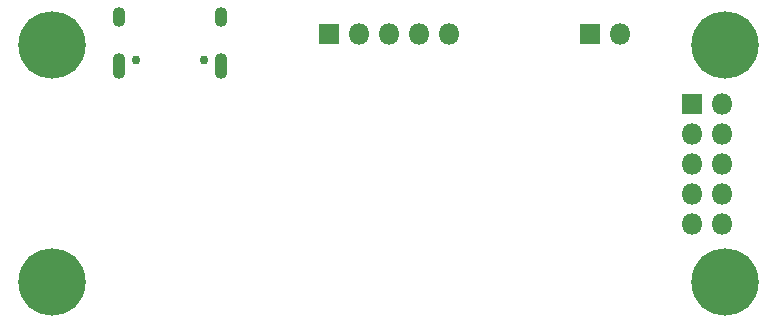
<source format=gbr>
G04 #@! TF.GenerationSoftware,KiCad,Pcbnew,(5.1.6-dirty)*
G04 #@! TF.CreationDate,2021-05-02T11:55:31+02:00*
G04 #@! TF.ProjectId,reva,72657661-2e6b-4696-9361-645f70636258,rev?*
G04 #@! TF.SameCoordinates,Original*
G04 #@! TF.FileFunction,Soldermask,Bot*
G04 #@! TF.FilePolarity,Negative*
%FSLAX46Y46*%
G04 Gerber Fmt 4.6, Leading zero omitted, Abs format (unit mm)*
G04 Created by KiCad (PCBNEW (5.1.6-dirty)) date 2021-05-02 11:55:31*
%MOMM*%
%LPD*%
G01*
G04 APERTURE LIST*
%ADD10O,1.800000X1.800000*%
%ADD11R,1.800000X1.800000*%
%ADD12C,5.700000*%
%ADD13C,0.750000*%
%ADD14O,1.100000X2.200000*%
%ADD15O,1.100000X1.700000*%
G04 APERTURE END LIST*
D10*
G04 #@! TO.C,J3*
X175040000Y-79000000D03*
D11*
X172500000Y-79000000D03*
G04 #@! TD*
D12*
G04 #@! TO.C,H4*
X184000000Y-80000000D03*
G04 #@! TD*
G04 #@! TO.C,H3*
X127000000Y-100000000D03*
G04 #@! TD*
G04 #@! TO.C,H2*
X184000000Y-100000000D03*
G04 #@! TD*
G04 #@! TO.C,H1*
X127000000Y-80000000D03*
G04 #@! TD*
D10*
G04 #@! TO.C,J2*
X160580000Y-79000000D03*
X158040000Y-79000000D03*
X155500000Y-79000000D03*
X152960000Y-79000000D03*
D11*
X150420000Y-79000000D03*
G04 #@! TD*
D10*
G04 #@! TO.C,J1*
X183740000Y-95160000D03*
X181200000Y-95160000D03*
X183740000Y-92620000D03*
X181200000Y-92620000D03*
X183740000Y-90080000D03*
X181200000Y-90080000D03*
X183740000Y-87540000D03*
X181200000Y-87540000D03*
X183740000Y-85000000D03*
D11*
X181200000Y-85000000D03*
G04 #@! TD*
D13*
G04 #@! TO.C,USB1*
X134110000Y-81250000D03*
X139890000Y-81250000D03*
D14*
X141320000Y-81780000D03*
X132680000Y-81780000D03*
D15*
X141320000Y-77600000D03*
X132680000Y-77600000D03*
G04 #@! TD*
M02*

</source>
